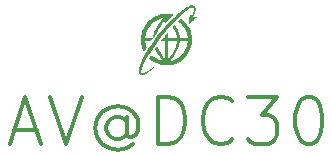
<source format=gto>
G04 #@! TF.GenerationSoftware,KiCad,Pcbnew,(6.0.4-0)*
G04 #@! TF.CreationDate,2022-05-03T21:35:22-05:00*
G04 #@! TF.ProjectId,gold_star,676f6c64-5f73-4746-9172-2e6b69636164,rev?*
G04 #@! TF.SameCoordinates,Original*
G04 #@! TF.FileFunction,Legend,Top*
G04 #@! TF.FilePolarity,Positive*
%FSLAX46Y46*%
G04 Gerber Fmt 4.6, Leading zero omitted, Abs format (unit mm)*
G04 Created by KiCad (PCBNEW (6.0.4-0)) date 2022-05-03 21:35:22*
%MOMM*%
%LPD*%
G01*
G04 APERTURE LIST*
%ADD10C,0.300000*%
%ADD11C,0.700000*%
%ADD12O,1.700000X1.700000*%
%ADD13R,1.700000X1.700000*%
G04 APERTURE END LIST*
D10*
X113952380Y-73666666D02*
X115857142Y-73666666D01*
X113571428Y-74809523D02*
X114904761Y-70809523D01*
X116238095Y-74809523D01*
X117000000Y-70809523D02*
X118333333Y-74809523D01*
X119666666Y-70809523D01*
X123476190Y-72904761D02*
X123285714Y-72714285D01*
X122904761Y-72523809D01*
X122523809Y-72523809D01*
X122142857Y-72714285D01*
X121952380Y-72904761D01*
X121761904Y-73285714D01*
X121761904Y-73666666D01*
X121952380Y-74047619D01*
X122142857Y-74238095D01*
X122523809Y-74428571D01*
X122904761Y-74428571D01*
X123285714Y-74238095D01*
X123476190Y-74047619D01*
X123476190Y-72523809D02*
X123476190Y-74047619D01*
X123666666Y-74238095D01*
X123857142Y-74238095D01*
X124238095Y-74047619D01*
X124428571Y-73666666D01*
X124428571Y-72714285D01*
X124047619Y-72142857D01*
X123476190Y-71761904D01*
X122714285Y-71571428D01*
X121952380Y-71761904D01*
X121380952Y-72142857D01*
X121000000Y-72714285D01*
X120809523Y-73476190D01*
X121000000Y-74238095D01*
X121380952Y-74809523D01*
X121952380Y-75190476D01*
X122714285Y-75380952D01*
X123476190Y-75190476D01*
X124047619Y-74809523D01*
X126142857Y-74809523D02*
X126142857Y-70809523D01*
X127095238Y-70809523D01*
X127666666Y-71000000D01*
X128047619Y-71380952D01*
X128238095Y-71761904D01*
X128428571Y-72523809D01*
X128428571Y-73095238D01*
X128238095Y-73857142D01*
X128047619Y-74238095D01*
X127666666Y-74619047D01*
X127095238Y-74809523D01*
X126142857Y-74809523D01*
X132428571Y-74428571D02*
X132238095Y-74619047D01*
X131666666Y-74809523D01*
X131285714Y-74809523D01*
X130714285Y-74619047D01*
X130333333Y-74238095D01*
X130142857Y-73857142D01*
X129952380Y-73095238D01*
X129952380Y-72523809D01*
X130142857Y-71761904D01*
X130333333Y-71380952D01*
X130714285Y-71000000D01*
X131285714Y-70809523D01*
X131666666Y-70809523D01*
X132238095Y-71000000D01*
X132428571Y-71190476D01*
X133761904Y-70809523D02*
X136238095Y-70809523D01*
X134904761Y-72333333D01*
X135476190Y-72333333D01*
X135857142Y-72523809D01*
X136047619Y-72714285D01*
X136238095Y-73095238D01*
X136238095Y-74047619D01*
X136047619Y-74428571D01*
X135857142Y-74619047D01*
X135476190Y-74809523D01*
X134333333Y-74809523D01*
X133952380Y-74619047D01*
X133761904Y-74428571D01*
X138714285Y-70809523D02*
X139095238Y-70809523D01*
X139476190Y-71000000D01*
X139666666Y-71190476D01*
X139857142Y-71571428D01*
X140047619Y-72333333D01*
X140047619Y-73285714D01*
X139857142Y-74047619D01*
X139666666Y-74428571D01*
X139476190Y-74619047D01*
X139095238Y-74809523D01*
X138714285Y-74809523D01*
X138333333Y-74619047D01*
X138142857Y-74428571D01*
X137952380Y-74047619D01*
X137761904Y-73285714D01*
X137761904Y-72333333D01*
X137952380Y-71571428D01*
X138142857Y-71190476D01*
X138333333Y-71000000D01*
X138714285Y-70809523D01*
G36*
X129130089Y-63089482D02*
G01*
X129177118Y-63111162D01*
X129223688Y-63147102D01*
X129263966Y-63191562D01*
X129292118Y-63238804D01*
X129297925Y-63254595D01*
X129308532Y-63311719D01*
X129311321Y-63382314D01*
X129306537Y-63460774D01*
X129294426Y-63541495D01*
X129283235Y-63590637D01*
X129260991Y-63666463D01*
X129231955Y-63751950D01*
X129198959Y-63839564D01*
X129164836Y-63921774D01*
X129133402Y-63989102D01*
X129118082Y-64022061D01*
X129108662Y-64047583D01*
X129107050Y-64060445D01*
X129107261Y-64060718D01*
X129119454Y-64063820D01*
X129148422Y-64067750D01*
X129190270Y-64072073D01*
X129241102Y-64076355D01*
X129260670Y-64077791D01*
X129313075Y-64081891D01*
X129357214Y-64086115D01*
X129389416Y-64090049D01*
X129406011Y-64093284D01*
X129407461Y-64094241D01*
X129399883Y-64101946D01*
X129378487Y-64121153D01*
X129345282Y-64150165D01*
X129302277Y-64187284D01*
X129251479Y-64230812D01*
X129194898Y-64279053D01*
X129134540Y-64330307D01*
X129072416Y-64382879D01*
X129010533Y-64435070D01*
X128950899Y-64485184D01*
X128895524Y-64531521D01*
X128846414Y-64572386D01*
X128805580Y-64606080D01*
X128775028Y-64630905D01*
X128756768Y-64645165D01*
X128752365Y-64647944D01*
X128752506Y-64637452D01*
X128754036Y-64608937D01*
X128756765Y-64565023D01*
X128760503Y-64508337D01*
X128765060Y-64441504D01*
X128770245Y-64367150D01*
X128775869Y-64287900D01*
X128781742Y-64206379D01*
X128787673Y-64125214D01*
X128793472Y-64047029D01*
X128798949Y-63974451D01*
X128803914Y-63910104D01*
X128808177Y-63856614D01*
X128811548Y-63816607D01*
X128813836Y-63792708D01*
X128814710Y-63786946D01*
X128821844Y-63793545D01*
X128839796Y-63813407D01*
X128866200Y-63843826D01*
X128898688Y-63882097D01*
X128915379Y-63902019D01*
X128958669Y-63952468D01*
X128991042Y-63987024D01*
X129012151Y-64005342D01*
X129021523Y-64007288D01*
X129033929Y-63981641D01*
X129049453Y-63939601D01*
X129067029Y-63885055D01*
X129085590Y-63821894D01*
X129104067Y-63754004D01*
X129121394Y-63685275D01*
X129136503Y-63619595D01*
X129148327Y-63560853D01*
X129154543Y-63522647D01*
X129162149Y-63438135D01*
X129159101Y-63370484D01*
X129145261Y-63318718D01*
X129121151Y-63282510D01*
X129101265Y-63264668D01*
X129082979Y-63256490D01*
X129057896Y-63255543D01*
X129035015Y-63257542D01*
X128965368Y-63272455D01*
X128884307Y-63303681D01*
X128792461Y-63350688D01*
X128690459Y-63412941D01*
X128578930Y-63489908D01*
X128458504Y-63581054D01*
X128329808Y-63685846D01*
X128193472Y-63803751D01*
X128050126Y-63934234D01*
X127900398Y-64076762D01*
X127744917Y-64230802D01*
X127584312Y-64395819D01*
X127419213Y-64571281D01*
X127250247Y-64756653D01*
X127195155Y-64818327D01*
X126994699Y-65047916D01*
X126793471Y-65286332D01*
X126593169Y-65531310D01*
X126395485Y-65780586D01*
X126202118Y-66031895D01*
X126014760Y-66282971D01*
X125835108Y-66531552D01*
X125664858Y-66775372D01*
X125505703Y-67012166D01*
X125359341Y-67239671D01*
X125253482Y-67411994D01*
X125140065Y-67605027D01*
X125040262Y-67783646D01*
X124953683Y-67948694D01*
X124879939Y-68101017D01*
X124818641Y-68241457D01*
X124769399Y-68370859D01*
X124731825Y-68490066D01*
X124705528Y-68599923D01*
X124705382Y-68600667D01*
X124694509Y-68679778D01*
X124696245Y-68742557D01*
X124710643Y-68789147D01*
X124737761Y-68819688D01*
X124777656Y-68834323D01*
X124798628Y-68835761D01*
X124864517Y-68828259D01*
X124943667Y-68806078D01*
X125035238Y-68769702D01*
X125138388Y-68719618D01*
X125252277Y-68656311D01*
X125376063Y-68580265D01*
X125508905Y-68491968D01*
X125649961Y-68391904D01*
X125798391Y-68280560D01*
X125904881Y-68197238D01*
X125947849Y-68163461D01*
X125985207Y-68134830D01*
X126013936Y-68113603D01*
X126031015Y-68102037D01*
X126034189Y-68100579D01*
X126029525Y-68107542D01*
X126012160Y-68127043D01*
X125984060Y-68157000D01*
X125947191Y-68195332D01*
X125903520Y-68239957D01*
X125881571Y-68262143D01*
X125728129Y-68412135D01*
X125582128Y-68545522D01*
X125443836Y-68662144D01*
X125313520Y-68761840D01*
X125191448Y-68844450D01*
X125077886Y-68909814D01*
X124973103Y-68957772D01*
X124877366Y-68988163D01*
X124790942Y-69000827D01*
X124714098Y-68995605D01*
X124675492Y-68984859D01*
X124627787Y-68958431D01*
X124582406Y-68917293D01*
X124545178Y-68867146D01*
X124534365Y-68846878D01*
X124520095Y-68802913D01*
X124510460Y-68743872D01*
X124505769Y-68674931D01*
X124506332Y-68601269D01*
X124512458Y-68528061D01*
X124514449Y-68513442D01*
X124538936Y-68388408D01*
X124577496Y-68249832D01*
X124629506Y-68098759D01*
X124694341Y-67936237D01*
X124771376Y-67763311D01*
X124859986Y-67581028D01*
X124959548Y-67390433D01*
X125069436Y-67192574D01*
X125189025Y-66988496D01*
X125317692Y-66779247D01*
X125454811Y-66565871D01*
X125599759Y-66349415D01*
X125751909Y-66130926D01*
X125910639Y-65911450D01*
X126075322Y-65692032D01*
X126245335Y-65473720D01*
X126420053Y-65257560D01*
X126553595Y-65097726D01*
X126697767Y-64930683D01*
X126847838Y-64762531D01*
X127001661Y-64595456D01*
X127157089Y-64431645D01*
X127311973Y-64273284D01*
X127464166Y-64122561D01*
X127611521Y-63981661D01*
X127751888Y-63852773D01*
X127883122Y-63738082D01*
X127916740Y-63709808D01*
X128085356Y-63573448D01*
X128244298Y-63453417D01*
X128393364Y-63349819D01*
X128532351Y-63262758D01*
X128661055Y-63192339D01*
X128779272Y-63138665D01*
X128886799Y-63101840D01*
X128983432Y-63081969D01*
X129068969Y-63079155D01*
X129130089Y-63089482D01*
G37*
G36*
X125421407Y-67627032D02*
G01*
X125390508Y-67596330D01*
X125377019Y-67573888D01*
X125376711Y-67564458D01*
X125383694Y-67549460D01*
X125399708Y-67520487D01*
X125422716Y-67481067D01*
X125450679Y-67434729D01*
X125466652Y-67408825D01*
X125551692Y-67271938D01*
X125646800Y-67355632D01*
X125801229Y-67478334D01*
X125965850Y-67583968D01*
X126138738Y-67671376D01*
X126236525Y-67711212D01*
X126279348Y-67726238D01*
X126328037Y-67741786D01*
X126378524Y-67756749D01*
X126426740Y-67770020D01*
X126468616Y-67780492D01*
X126500084Y-67787058D01*
X126517074Y-67788611D01*
X126518684Y-67787996D01*
X126513951Y-67779075D01*
X126498746Y-67756921D01*
X126475301Y-67724657D01*
X126445846Y-67685407D01*
X126438699Y-67676038D01*
X126350515Y-67558372D01*
X126266084Y-67441078D01*
X126188735Y-67328890D01*
X126121797Y-67226542D01*
X126114690Y-67215255D01*
X126085728Y-67167329D01*
X126054053Y-67112019D01*
X126021280Y-67052473D01*
X125989025Y-66991835D01*
X125958905Y-66933251D01*
X125932533Y-66879866D01*
X125911526Y-66834825D01*
X125897499Y-66801275D01*
X125892068Y-66782361D01*
X125892051Y-66781779D01*
X125897817Y-66766368D01*
X125913567Y-66738151D01*
X125936977Y-66700980D01*
X125965726Y-66658706D01*
X125969458Y-66653426D01*
X126001985Y-66608403D01*
X126024950Y-66578869D01*
X126040103Y-66562967D01*
X126049195Y-66558837D01*
X126053767Y-66563994D01*
X126107232Y-66698612D01*
X126175979Y-66843007D01*
X126258552Y-66994763D01*
X126353493Y-67151464D01*
X126459347Y-67310695D01*
X126574656Y-67470038D01*
X126685900Y-67612271D01*
X126730779Y-67667582D01*
X126730779Y-66102618D01*
X126700161Y-66102128D01*
X126968936Y-66102128D01*
X126969167Y-66886495D01*
X126969397Y-67670861D01*
X126990164Y-67644974D01*
X127002925Y-67628578D01*
X127025732Y-67598789D01*
X127056182Y-67558763D01*
X127091873Y-67511659D01*
X127128041Y-67463767D01*
X127264355Y-67275360D01*
X127382741Y-67095268D01*
X127483736Y-66922430D01*
X127567876Y-66755783D01*
X127635698Y-66594267D01*
X127687739Y-66436819D01*
X127724063Y-66284831D01*
X127732999Y-66235267D01*
X127740116Y-66189593D01*
X127744529Y-66153858D01*
X127745537Y-66137844D01*
X127745537Y-66102128D01*
X126968936Y-66102128D01*
X126700161Y-66102128D01*
X126553696Y-66099784D01*
X126376613Y-66096951D01*
X126557409Y-65863971D01*
X126730779Y-65863971D01*
X126730779Y-65644923D01*
X126839815Y-65511531D01*
X126876786Y-65466652D01*
X126909626Y-65427445D01*
X126935935Y-65396724D01*
X126953312Y-65377305D01*
X126958894Y-65371932D01*
X126962279Y-65379833D01*
X126965016Y-65407450D01*
X126967063Y-65453797D01*
X126968379Y-65517889D01*
X126968923Y-65598741D01*
X126968936Y-65614848D01*
X126968936Y-65863971D01*
X127745537Y-65863971D01*
X127745537Y-65828874D01*
X127742758Y-65791569D01*
X127735089Y-65739590D01*
X127723529Y-65678118D01*
X127709078Y-65612333D01*
X127692737Y-65547415D01*
X127687681Y-65529118D01*
X127653122Y-65421880D01*
X127608191Y-65305434D01*
X127555836Y-65186433D01*
X127498999Y-65071530D01*
X127440627Y-64967379D01*
X127434747Y-64957693D01*
X127414581Y-64924144D01*
X127399096Y-64897247D01*
X127391161Y-64882017D01*
X127390756Y-64880899D01*
X127396296Y-64870131D01*
X127412800Y-64848378D01*
X127436813Y-64819516D01*
X127464879Y-64787424D01*
X127493540Y-64755978D01*
X127519340Y-64729056D01*
X127538824Y-64710535D01*
X127548225Y-64704248D01*
X127557060Y-64712903D01*
X127574007Y-64736997D01*
X127597377Y-64773730D01*
X127625481Y-64820297D01*
X127656628Y-64873897D01*
X127689131Y-64931727D01*
X127721298Y-64990984D01*
X127722997Y-64994179D01*
X127787294Y-65126262D01*
X127845227Y-65267174D01*
X127895193Y-65411902D01*
X127935587Y-65555432D01*
X127964805Y-65692749D01*
X127978985Y-65794077D01*
X127986106Y-65863971D01*
X128659423Y-65863971D01*
X128652297Y-65788900D01*
X128626251Y-65616711D01*
X128581481Y-65443603D01*
X128519476Y-65273171D01*
X128441721Y-65109010D01*
X128349706Y-64954714D01*
X128252722Y-64823327D01*
X128197040Y-64759892D01*
X128130176Y-64690867D01*
X128057578Y-64621403D01*
X127984690Y-64556652D01*
X127916959Y-64501764D01*
X127897498Y-64487295D01*
X127806126Y-64421139D01*
X127930639Y-64296626D01*
X127977146Y-64249733D01*
X128011836Y-64215996D01*
X128038420Y-64194869D01*
X128060611Y-64185806D01*
X128082118Y-64188263D01*
X128106655Y-64201694D01*
X128137933Y-64225553D01*
X128179663Y-64259294D01*
X128180433Y-64259908D01*
X128340736Y-64400833D01*
X128485193Y-64554581D01*
X128613262Y-64720024D01*
X128724399Y-64896031D01*
X128818061Y-65081473D01*
X128893704Y-65275220D01*
X128950787Y-65476143D01*
X128988765Y-65683111D01*
X129007096Y-65894995D01*
X129008806Y-65983050D01*
X128999459Y-66196643D01*
X128971175Y-66402676D01*
X128923586Y-66602751D01*
X128856328Y-66798471D01*
X128786459Y-66956389D01*
X128685117Y-67141329D01*
X128567922Y-67313672D01*
X128435977Y-67472641D01*
X128290386Y-67617463D01*
X128132249Y-67747361D01*
X127962672Y-67861561D01*
X127782755Y-67959289D01*
X127593602Y-68039769D01*
X127396316Y-68102227D01*
X127191999Y-68145887D01*
X127070303Y-68162335D01*
X127024925Y-68165957D01*
X126967746Y-68168724D01*
X126903804Y-68170584D01*
X126838135Y-68171484D01*
X126775778Y-68171372D01*
X126721770Y-68170195D01*
X126681149Y-68167902D01*
X126668651Y-68166502D01*
X126646842Y-68163553D01*
X126610903Y-68158896D01*
X126567258Y-68153361D01*
X126549572Y-68151148D01*
X126367289Y-68118561D01*
X126184325Y-68066754D01*
X126003312Y-67996947D01*
X125826878Y-67910362D01*
X125657653Y-67808222D01*
X125631820Y-67789344D01*
X127184067Y-67789344D01*
X127184248Y-67789867D01*
X127197083Y-67787558D01*
X127224772Y-67781484D01*
X127262055Y-67772811D01*
X127274399Y-67769859D01*
X127450471Y-67717022D01*
X127621302Y-67645142D01*
X127784908Y-67555625D01*
X127939306Y-67449879D01*
X128082513Y-67329311D01*
X128212545Y-67195329D01*
X128327420Y-67049341D01*
X128362291Y-66997807D01*
X128445205Y-66855241D01*
X128516964Y-66701279D01*
X128575852Y-66540769D01*
X128620153Y-66378561D01*
X128648153Y-66219502D01*
X128652760Y-66177032D01*
X128659721Y-66102128D01*
X128324296Y-66102134D01*
X127988871Y-66102139D01*
X127971129Y-66228979D01*
X127942561Y-66387450D01*
X127900861Y-66545984D01*
X127845356Y-66705988D01*
X127775371Y-66868870D01*
X127690233Y-67036036D01*
X127589266Y-67208894D01*
X127471798Y-67388850D01*
X127337154Y-67577313D01*
X127303938Y-67621676D01*
X127266087Y-67672271D01*
X127233442Y-67716770D01*
X127207735Y-67752737D01*
X127190700Y-67777740D01*
X127184067Y-67789344D01*
X125631820Y-67789344D01*
X125498269Y-67691747D01*
X125421407Y-67627032D01*
G37*
G36*
X125498574Y-67204901D02*
G01*
X125493396Y-67210078D01*
X125488219Y-67204901D01*
X125493396Y-67199723D01*
X125498574Y-67204901D01*
G37*
G36*
X129502378Y-67016791D02*
G01*
X129503618Y-67029079D01*
X129502378Y-67030597D01*
X129496223Y-67029176D01*
X129495475Y-67023694D01*
X129499264Y-67015171D01*
X129502378Y-67016791D01*
G37*
G36*
X124738228Y-65517360D02*
G01*
X124768096Y-65396620D01*
X124810274Y-65266732D01*
X124862435Y-65133200D01*
X124922253Y-65001527D01*
X124987400Y-64877215D01*
X125055549Y-64765767D01*
X125056998Y-64763601D01*
X125182995Y-64593504D01*
X125323020Y-64437668D01*
X125475903Y-64296884D01*
X125640473Y-64171946D01*
X125815560Y-64063643D01*
X125999992Y-63972770D01*
X126192599Y-63900116D01*
X126392210Y-63846476D01*
X126421823Y-63840292D01*
X126627911Y-63808467D01*
X126831708Y-63796711D01*
X127035741Y-63804952D01*
X127158309Y-63819317D01*
X127205883Y-63826932D01*
X127257795Y-63836400D01*
X127310104Y-63846855D01*
X127358868Y-63857433D01*
X127400148Y-63867268D01*
X127430001Y-63875497D01*
X127444486Y-63881253D01*
X127445251Y-63882292D01*
X127438162Y-63890454D01*
X127418088Y-63911318D01*
X127386825Y-63943078D01*
X127346165Y-63983927D01*
X127297902Y-64032058D01*
X127243829Y-64085666D01*
X127220484Y-64108722D01*
X127153375Y-64174555D01*
X127099394Y-64226609D01*
X127057278Y-64266001D01*
X127025764Y-64293846D01*
X127003593Y-64311260D01*
X126989501Y-64319360D01*
X126982326Y-64319348D01*
X126972612Y-64315614D01*
X126969102Y-64328718D01*
X126968936Y-64336437D01*
X126965420Y-64351424D01*
X126953747Y-64371928D01*
X126932232Y-64400157D01*
X126899192Y-64438319D01*
X126852941Y-64488623D01*
X126852446Y-64489152D01*
X126735956Y-64613665D01*
X126730779Y-64459629D01*
X126725602Y-64305594D01*
X126624474Y-64436925D01*
X126480283Y-64631543D01*
X126354565Y-64816904D01*
X126247290Y-64993056D01*
X126158431Y-65160046D01*
X126087958Y-65317923D01*
X126072977Y-65356592D01*
X126035581Y-65434341D01*
X125979085Y-65519185D01*
X125972851Y-65527444D01*
X125947493Y-65561035D01*
X125912357Y-65608028D01*
X125869897Y-65665114D01*
X125822569Y-65728986D01*
X125772829Y-65796336D01*
X125724950Y-65861382D01*
X125548060Y-66102128D01*
X125295514Y-66102128D01*
X125216611Y-66102222D01*
X125156025Y-66102618D01*
X125111363Y-66103488D01*
X125080232Y-66105004D01*
X125060241Y-66107338D01*
X125048996Y-66110661D01*
X125044105Y-66115144D01*
X125043158Y-66120249D01*
X125046881Y-66173414D01*
X125056436Y-66241268D01*
X125070789Y-66318958D01*
X125088906Y-66401636D01*
X125109755Y-66484450D01*
X125132301Y-66562550D01*
X125146910Y-66607148D01*
X125159228Y-66644575D01*
X125167184Y-66672567D01*
X125169689Y-66687064D01*
X125168663Y-66688056D01*
X125161134Y-66694952D01*
X125144903Y-66717088D01*
X125121723Y-66751826D01*
X125093350Y-66796530D01*
X125061536Y-66848565D01*
X125058632Y-66853405D01*
X125026567Y-66906312D01*
X124997870Y-66952522D01*
X124974294Y-66989303D01*
X124957594Y-67013920D01*
X124949523Y-67023641D01*
X124949310Y-67023694D01*
X124942571Y-67014791D01*
X124929458Y-66990494D01*
X124911809Y-66954423D01*
X124891460Y-66910197D01*
X124889645Y-66906133D01*
X124809431Y-66701889D01*
X124749770Y-66495270D01*
X124710648Y-66286139D01*
X124692050Y-66074361D01*
X124693961Y-65859800D01*
X124695261Y-65847179D01*
X125042968Y-65847179D01*
X125044578Y-65851816D01*
X125050778Y-65855520D01*
X125063623Y-65858394D01*
X125085169Y-65860542D01*
X125117471Y-65862065D01*
X125162585Y-65863066D01*
X125222566Y-65863649D01*
X125299470Y-65863916D01*
X125378860Y-65863971D01*
X125714753Y-65863971D01*
X125721100Y-65814786D01*
X125746440Y-65652643D01*
X125780041Y-65499339D01*
X125823185Y-65351599D01*
X125877150Y-65206145D01*
X125943217Y-65059701D01*
X126022668Y-64908989D01*
X126116781Y-64750732D01*
X126168508Y-64669638D01*
X126195953Y-64628579D01*
X126230024Y-64579353D01*
X126268785Y-64524583D01*
X126310298Y-64466894D01*
X126352628Y-64408910D01*
X126393837Y-64353254D01*
X126431987Y-64302552D01*
X126465144Y-64259426D01*
X126491368Y-64226502D01*
X126508724Y-64206403D01*
X126513902Y-64201694D01*
X126525398Y-64191183D01*
X126518813Y-64186024D01*
X126496138Y-64186472D01*
X126459365Y-64192781D01*
X126453792Y-64194014D01*
X126272814Y-64245350D01*
X126099601Y-64315169D01*
X125935318Y-64402325D01*
X125781131Y-64505671D01*
X125638203Y-64624062D01*
X125507699Y-64756351D01*
X125390784Y-64901393D01*
X125288624Y-65058040D01*
X125202382Y-65225147D01*
X125133223Y-65401567D01*
X125095406Y-65530758D01*
X125086632Y-65569463D01*
X125076851Y-65618992D01*
X125066925Y-65674153D01*
X125057714Y-65729754D01*
X125050077Y-65780605D01*
X125044875Y-65821514D01*
X125042968Y-65847179D01*
X124695261Y-65847179D01*
X124716366Y-65642318D01*
X124738228Y-65517360D01*
G37*
G36*
X125208643Y-66759650D02*
G01*
X125203466Y-66764827D01*
X125198288Y-66759650D01*
X125203466Y-66754473D01*
X125208643Y-66759650D01*
G37*
G36*
X125198288Y-66738941D02*
G01*
X125193111Y-66744118D01*
X125187934Y-66738941D01*
X125193111Y-66733763D01*
X125198288Y-66738941D01*
G37*
G36*
X125187934Y-66718231D02*
G01*
X125182756Y-66723409D01*
X125177579Y-66718231D01*
X125182756Y-66713054D01*
X125187934Y-66718231D01*
G37*
G36*
X129502378Y-65494655D02*
G01*
X129503618Y-65506943D01*
X129502378Y-65508461D01*
X129496223Y-65507039D01*
X129495475Y-65501558D01*
X129499264Y-65493035D01*
X129502378Y-65494655D01*
G37*
%LPC*%
D11*
X123500000Y-81085000D02*
X123214285Y-80942142D01*
X122785714Y-80942142D01*
X122357142Y-81085000D01*
X122071428Y-81370714D01*
X121928571Y-81656428D01*
X121785714Y-82227857D01*
X121785714Y-82656428D01*
X121928571Y-83227857D01*
X122071428Y-83513571D01*
X122357142Y-83799285D01*
X122785714Y-83942142D01*
X123071428Y-83942142D01*
X123500000Y-83799285D01*
X123642857Y-83656428D01*
X123642857Y-82656428D01*
X123071428Y-82656428D01*
X125500000Y-80942142D02*
X126071428Y-80942142D01*
X126357142Y-81085000D01*
X126642857Y-81370714D01*
X126785714Y-81942142D01*
X126785714Y-82942142D01*
X126642857Y-83513571D01*
X126357142Y-83799285D01*
X126071428Y-83942142D01*
X125500000Y-83942142D01*
X125214285Y-83799285D01*
X124928571Y-83513571D01*
X124785714Y-82942142D01*
X124785714Y-81942142D01*
X124928571Y-81370714D01*
X125214285Y-81085000D01*
X125500000Y-80942142D01*
X129500000Y-83942142D02*
X128071428Y-83942142D01*
X128071428Y-80942142D01*
X130500000Y-83942142D02*
X130500000Y-80942142D01*
X131214285Y-80942142D01*
X131642857Y-81085000D01*
X131928571Y-81370714D01*
X132071428Y-81656428D01*
X132214285Y-82227857D01*
X132214285Y-82656428D01*
X132071428Y-83227857D01*
X131928571Y-83513571D01*
X131642857Y-83799285D01*
X131214285Y-83942142D01*
X130500000Y-83942142D01*
X122214285Y-88629285D02*
X122642857Y-88772142D01*
X123357142Y-88772142D01*
X123642857Y-88629285D01*
X123785714Y-88486428D01*
X123928571Y-88200714D01*
X123928571Y-87915000D01*
X123785714Y-87629285D01*
X123642857Y-87486428D01*
X123357142Y-87343571D01*
X122785714Y-87200714D01*
X122500000Y-87057857D01*
X122357142Y-86915000D01*
X122214285Y-86629285D01*
X122214285Y-86343571D01*
X122357142Y-86057857D01*
X122500000Y-85915000D01*
X122785714Y-85772142D01*
X123500000Y-85772142D01*
X123928571Y-85915000D01*
X124785714Y-85772142D02*
X126500000Y-85772142D01*
X125642857Y-88772142D02*
X125642857Y-85772142D01*
X127357142Y-87915000D02*
X128785714Y-87915000D01*
X127071428Y-88772142D02*
X128071428Y-85772142D01*
X129071428Y-88772142D01*
X131785714Y-88772142D02*
X130785714Y-87343571D01*
X130071428Y-88772142D02*
X130071428Y-85772142D01*
X131214285Y-85772142D01*
X131500000Y-85915000D01*
X131642857Y-86057857D01*
X131785714Y-86343571D01*
X131785714Y-86772142D01*
X131642857Y-87057857D01*
X131500000Y-87200714D01*
X131214285Y-87343571D01*
X130071428Y-87343571D01*
D12*
X129540000Y-79340000D03*
X129540000Y-76800000D03*
X127000000Y-79340000D03*
X127000000Y-76800000D03*
X124460000Y-79340000D03*
D13*
X124460000Y-76800000D03*
M02*

</source>
